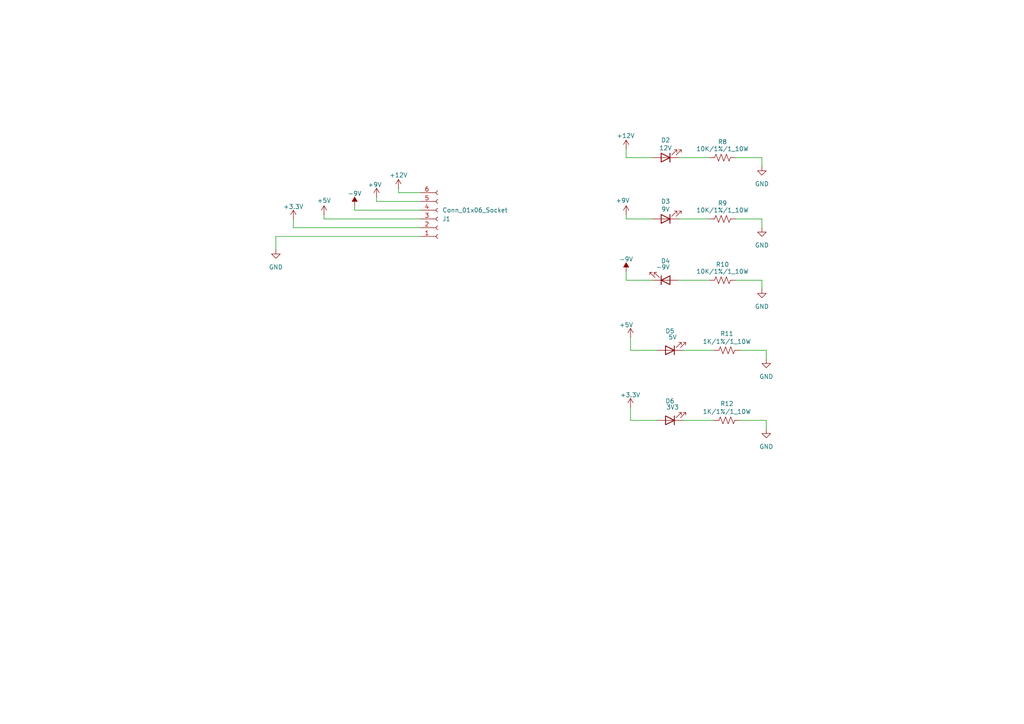
<source format=kicad_sch>
(kicad_sch (version 20231120) (generator "eeschema") (generator_version "8.0")
  (paper "A4")
  (lib_symbols
    (symbol "Connector:Conn_01x06_Socket" (pin_names (offset 1.016) hide)
      (property "Reference" "J" (at 0 7.62 0))
      (property "Value" "Conn_01x06_Socket" (at 0 -10.16 0))
      (symbol "Conn_01x06_Socket_1_1"
        (arc (start 0 -7.112) (mid -0.5058 -7.62) (end 0 -8.128) (stroke (width 0.1524)))
        (arc (start 0 -4.572) (mid -0.5058 -5.08) (end 0 -5.588) (stroke (width 0.1524)))
        (arc (start 0 -2.032) (mid -0.5058 -2.54) (end 0 -3.048) (stroke (width 0.1524)))
        (polyline (pts (xy -1.27 -7.62) (xy -0.508 -7.62)) (stroke (width 0.1524)))
        (polyline (pts (xy -1.27 -5.08) (xy -0.508 -5.08)) (stroke (width 0.1524)))
        (polyline (pts (xy -1.27 -2.54) (xy -0.508 -2.54)) (stroke (width 0.1524)))
        (polyline (pts (xy -1.27 0) (xy -0.508 0)) (stroke (width 0.1524)))
        (polyline (pts (xy -1.27 2.54) (xy -0.508 2.54)) (stroke (width 0.1524)))
        (polyline (pts (xy -1.27 5.08) (xy -0.508 5.08)) (stroke (width 0.1524)))
        (arc (start 0 0.508) (mid -0.5058 0) (end 0 -0.508) (stroke (width 0.1524)))
        (arc (start 0 3.048) (mid -0.5058 2.54) (end 0 2.032) (stroke (width 0.1524)))
        (arc (start 0 5.588) (mid -0.5058 5.08) (end 0 4.572) (stroke (width 0.1524)))
        (pin passive line (at -5.08 5.08 0) (length 3.81) (name "Pin_1") (number "1"))
        (pin passive line (at -5.08 2.54 0) (length 3.81) (name "Pin_2") (number "2"))
        (pin passive line (at -5.08 0 0) (length 3.81) (name "Pin_3") (number "3"))
        (pin passive line (at -5.08 -2.54 0) (length 3.81) (name "Pin_4") (number "4"))
        (pin passive line (at -5.08 -5.08 0) (length 3.81) (name "Pin_5") (number "5"))
        (pin passive line (at -5.08 -7.62 0) (length 3.81) (name "Pin_6") (number "6"))
      )
    )
    (symbol "charge_battery_sym_lib:LED_0805" (pin_numbers hide) (pin_names (offset 1.016) hide)
      (property "Reference" "D" (at 0 2.54 0))
      (property "Value" "LED_0805" (at 0 -4.064 0))
      (symbol "LED_0805_0_1"
        (polyline (pts (xy -1.27 -1.27) (xy -1.27 1.27)) (stroke (width 0.254)))
        (polyline (pts (xy -1.27 0) (xy 1.27 0)))
        (polyline (pts (xy 1.27 -1.27) (xy 1.27 1.27) (xy -1.27 0) (xy 1.27 -1.27)) (stroke (width 0.254)))
        (polyline (pts (xy -3.048 -0.762) (xy -4.572 -2.286) (xy -3.81 -2.286) (xy -4.572 -2.286) (xy -4.572 -1.524)))
        (polyline (pts (xy -1.778 -0.762) (xy -3.302 -2.286) (xy -2.54 -2.286) (xy -3.302 -2.286) (xy -3.302 -1.524)))
      )
      (symbol "LED_0805_1_1"
        (pin passive line (at -3.81 0 0) (length 2.54) (name "K") (number "1"))
        (pin passive line (at 3.81 0 180) (length 2.54) (name "A") (number "2"))
      )
    )
    (symbol "charge_battery_sym_lib:Res_10K_0603_1%" (pin_numbers hide) (pin_names hide)
      (property "Reference" "R" (at 2.794 3.81 0))
      (property "Value" "10K/1%/1_10W" (at 4.064 -2.54 0))
      (symbol "Res_10K_0603_1%_0_1"
        (polyline (pts (xy 1.524 0) (xy 1.27 0)))
        (polyline (pts (xy 6.096 0) (xy 6.35 0)))
        (polyline (pts (xy 1.524 0) (xy 1.905 1.016) (xy 2.286 0) (xy 2.667 -1.016) (xy 3.048 0)))
        (polyline (pts (xy 3.048 0) (xy 3.429 1.016) (xy 3.81 0) (xy 4.191 -1.016) (xy 4.572 0)))
        (polyline (pts (xy 4.572 0) (xy 4.953 1.016) (xy 5.334 0) (xy 5.715 -1.016) (xy 6.096 0)))
      )
      (symbol "Res_10K_0603_1%_1_1"
        (pin passive line (at 0 0 0) (length 1.27) (name "~") (number "1"))
        (pin passive line (at 7.62 0 180) (length 1.27) (name "~") (number "2"))
      )
    )
    (symbol "charge_battery_sym_lib:Res_1K_0603_1%" (pin_numbers hide) (pin_names hide)
      (property "Reference" "R" (at 3.556 2.54 0))
      (property "Value" "1K/1%/1_10W" (at 4.064 -2.54 0))
      (symbol "Res_1K_0603_1%_0_1"
        (polyline (pts (xy 1.524 0) (xy 1.27 0)))
        (polyline (pts (xy 6.096 0) (xy 6.35 0)))
        (polyline (pts (xy 1.524 0) (xy 1.905 1.016) (xy 2.286 0) (xy 2.667 -1.016) (xy 3.048 0)))
        (polyline (pts (xy 3.048 0) (xy 3.429 1.016) (xy 3.81 0) (xy 4.191 -1.016) (xy 4.572 0)))
        (polyline (pts (xy 4.572 0) (xy 4.953 1.016) (xy 5.334 0) (xy 5.715 -1.016) (xy 6.096 0)))
      )
      (symbol "Res_1K_0603_1%_1_1"
        (pin passive line (at 0 0 0) (length 1.27) (name "~") (number "1"))
        (pin passive line (at 7.62 0 180) (length 1.27) (name "~") (number "2"))
      )
    )
    (symbol "power:+3.3V" (power) (pin_numbers hide) (pin_names (offset 0) hide)
      (property "Value" "+3.3V" (at 0 3.556 0))
      (symbol "+3.3V_0_1"
        (polyline (pts (xy -0.762 1.27) (xy 0 2.54)))
        (polyline (pts (xy 0 0) (xy 0 2.54)))
        (polyline (pts (xy 0 2.54) (xy 0.762 1.27)))
      )
      (symbol "+3.3V_1_1"
        (pin power_in line (at 0 0 90) (length 0) (name "~") (number "1"))
      )
    )
    (symbol "power:+5V" (power) (pin_numbers hide) (pin_names (offset 0) hide)
      (property "Value" "+5V" (at 0 3.556 0))
      (symbol "+5V_0_1"
        (polyline (pts (xy -0.762 1.27) (xy 0 2.54)))
        (polyline (pts (xy 0 0) (xy 0 2.54)))
        (polyline (pts (xy 0 2.54) (xy 0.762 1.27)))
      )
      (symbol "+5V_1_1"
        (pin power_in line (at 0 0 90) (length 0) (name "~") (number "1"))
      )
    )
    (symbol "power:+9V" (power) (pin_numbers hide) (pin_names (offset 0) hide)
      (property "Value" "+9V" (at 0 3.556 0))
      (symbol "+9V_0_1"
        (polyline (pts (xy -0.762 1.27) (xy 0 2.54)))
        (polyline (pts (xy 0 0) (xy 0 2.54)))
        (polyline (pts (xy 0 2.54) (xy 0.762 1.27)))
      )
      (symbol "+9V_1_1"
        (pin power_in line (at 0 0 90) (length 0) (name "~") (number "1"))
      )
    )
    (symbol "power:-9V" (power) (pin_numbers hide) (pin_names (offset 0) hide)
      (property "Value" "-9V" (at 0 3.556 0))
      (symbol "-9V_0_1"
        (polyline (pts (xy 0 0) (xy 0 2.54)))
        (polyline (pts (xy 0.762 1.27) (xy -0.762 1.27) (xy 0 2.54) (xy 0.762 1.27)) (fill (type outline)))
      )
      (symbol "-9V_1_1"
        (pin power_in line (at 0 0 90) (length 0) (name "~") (number "1"))
      )
    )
    (symbol "power:GND" (power) (pin_numbers hide) (pin_names (offset 0) hide)
      (property "Value" "GND" (at 0 -3.81 0))
      (symbol "GND_0_1"
        (polyline (pts (xy 0 0) (xy 0 -1.27) (xy 1.27 -1.27) (xy 0 -2.54) (xy -1.27 -1.27) (xy 0 -1.27)))
      )
      (symbol "GND_1_1"
        (pin power_in line (at 0 0 270) (length 0) (name "~") (number "1"))
      )
    )
  )
  (wire (pts (xy 198.12 121.92) (xy 207.01 121.92)))
  (wire (pts (xy 102.87 60.96) (xy 102.87 59.69)))
  (wire (pts (xy 213.36 63.5) (xy 220.98 63.5)))
  (wire (pts (xy 80.01 68.58) (xy 80.01 72.39)))
  (wire (pts (xy 182.88 101.6) (xy 190.5 101.6)))
  (wire (pts (xy 85.09 66.04) (xy 85.09 63.5)))
  (wire (pts (xy 213.36 45.72) (xy 220.98 45.72)))
  (wire (pts (xy 220.98 81.28) (xy 220.98 83.82)))
  (wire (pts (xy 93.98 63.5) (xy 121.92 63.5)))
  (wire (pts (xy 109.22 57.15) (xy 109.22 58.42)))
  (wire (pts (xy 222.25 101.6) (xy 222.25 104.14)))
  (wire (pts (xy 121.92 66.04) (xy 85.09 66.04)))
  (wire (pts (xy 214.63 121.92) (xy 222.25 121.92)))
  (wire (pts (xy 121.92 60.96) (xy 102.87 60.96)))
  (wire (pts (xy 93.98 63.5) (xy 93.98 62.23)))
  (wire (pts (xy 198.12 101.6) (xy 207.01 101.6)))
  (wire (pts (xy 182.88 121.92) (xy 190.5 121.92)))
  (wire (pts (xy 214.63 101.6) (xy 222.25 101.6)))
  (wire (pts (xy 222.25 121.92) (xy 222.25 124.46)))
  (wire (pts (xy 181.61 45.72) (xy 189.23 45.72)))
  (wire (pts (xy 181.61 63.5) (xy 189.23 63.5)))
  (wire (pts (xy 182.88 97.79) (xy 182.88 101.6)))
  (wire (pts (xy 121.92 68.58) (xy 80.01 68.58)))
  (wire (pts (xy 121.92 55.88) (xy 115.57 55.88)))
  (wire (pts (xy 181.61 81.28) (xy 189.23 81.28)))
  (wire (pts (xy 181.61 62.23) (xy 181.61 63.5)))
  (wire (pts (xy 182.88 118.11) (xy 182.88 121.92)))
  (wire (pts (xy 213.36 81.28) (xy 220.98 81.28)))
  (wire (pts (xy 220.98 63.5) (xy 220.98 66.04)))
  (wire (pts (xy 181.61 78.74) (xy 181.61 81.28)))
  (wire (pts (xy 115.57 55.88) (xy 115.57 54.61)))
  (wire (pts (xy 196.85 45.72) (xy 205.74 45.72)))
  (wire (pts (xy 196.85 63.5) (xy 205.74 63.5)))
  (wire (pts (xy 181.61 43.18) (xy 181.61 45.72)))
  (wire (pts (xy 196.85 81.28) (xy 205.74 81.28)))
  (wire (pts (xy 220.98 45.72) (xy 220.98 48.26)))
  (wire (pts (xy 109.22 58.42) (xy 121.92 58.42)))
  (symbol (lib_id "charge_battery_sym_lib:LED_0805") (at 193.04 63.5 180) (unit 1)
    (property "Reference" "D3" (at 193.04 58.42 0))
    (property "Value" "9V" (at 193.04 60.706 0))
    (property "Footprint" "charge_battery_footprint_lib:LED_0805" (effects (hide yes)))
    (property "Description" "Light emitting diode" (effects (hide yes)))
    (property "Supply name" "Thegioiic" (effects (hide yes)))
    (property "Supply part number" "LED Xanh Lá 0805 Dán SMD Trong Suốt" (effects (hide yes)))
    (property "Supply URL" "https://www.thegioiic.com/led-xanh-la-0805-dan-smd-trong-suot" (effects (hide yes)))
  )
  (symbol (lib_id "power:GND") (at 220.98 48.26 0) (unit 1)
    (property "Reference" "#PWR031" (effects (hide yes)))
    (property "Value" "GND" (at 220.98 53.34 0))
    (property "Description" "Power symbol creates a global label with name \"GND\" , ground" (effects (hide yes)))
  )
  (symbol (lib_id "power:GND") (at 220.98 66.04 0) (unit 1)
    (property "Reference" "#PWR032" (effects (hide yes)))
    (property "Value" "GND" (at 220.98 71.12 0))
    (property "Description" "Power symbol creates a global label with name \"GND\" , ground" (effects (hide yes)))
  )
  (symbol (lib_id "power:GND") (at 222.25 104.14 0) (unit 1)
    (property "Reference" "#PWR034" (effects (hide yes)))
    (property "Value" "GND" (at 222.25 109.22 0))
    (property "Description" "Power symbol creates a global label with name \"GND\" , ground" (effects (hide yes)))
  )
  (symbol (lib_id "power:+5V") (at 181.61 43.18 0) (unit 1)
    (property "Reference" "#PWR026" (effects (hide yes)))
    (property "Value" "+12V" (at 178.816 39.37 0) (effects (justify left)))
    (property "Description" "Power symbol creates a global label with name \"+5V\"" (effects (hide yes)))
  )
  (symbol (lib_id "charge_battery_sym_lib:LED_0805") (at 193.04 81.28 0) (mirror x) (unit 1)
    (property "Reference" "D4" (at 193.04 75.692 0))
    (property "Value" "-9V" (at 192.278 77.47 0))
    (property "Footprint" "charge_battery_footprint_lib:LED_0805" (effects (hide yes)))
    (property "Description" "Light emitting diode" (effects (hide yes)))
    (property "Supply name" "Thegioiic" (effects (hide yes)))
    (property "Supply part number" "LED Xanh Lá 0805 Dán SMD Trong Suốt" (effects (hide yes)))
    (property "Supply URL" "https://www.thegioiic.com/led-xanh-la-0805-dan-smd-trong-suot" (effects (hide yes)))
  )
  (symbol (lib_id "power:+9V") (at 181.61 62.23 0) (unit 1)
    (property "Reference" "#PWR027" (effects (hide yes)))
    (property "Value" "+9V" (at 178.562 58.166 0) (effects (justify left)))
    (property "Description" "Power symbol creates a global label with name \"+9V\"" (effects (hide yes)))
  )
  (symbol (lib_id "power:+3.3V") (at 85.09 63.5 0) (unit 1)
    (property "Reference" "#PWR021" (effects (hide yes)))
    (property "Value" "+3.3V" (at 85.09 59.944 0))
    (property "Description" "Power symbol creates a global label with name \"+3.3V\"" (effects (hide yes)))
  )
  (symbol (lib_id "power:GND") (at 80.01 72.39 0) (unit 1)
    (property "Reference" "#PWR020" (effects (hide yes)))
    (property "Value" "GND" (at 80.01 77.47 0))
    (property "Description" "Power symbol creates a global label with name \"GND\" , ground" (effects (hide yes)))
  )
  (symbol (lib_id "charge_battery_sym_lib:LED_0805") (at 194.31 101.6 180) (unit 1)
    (property "Reference" "D5" (at 194.31 96.012 0))
    (property "Value" "5V" (at 195.072 97.79 0))
    (property "Footprint" "charge_battery_footprint_lib:LED_0805" (effects (hide yes)))
    (property "Description" "Light emitting diode" (effects (hide yes)))
    (property "Supply name" "Thegioiic" (effects (hide yes)))
    (property "Supply part number" "LED Xanh Lá 0805 Dán SMD Trong Suốt" (effects (hide yes)))
    (property "Supply URL" "https://www.thegioiic.com/led-xanh-la-0805-dan-smd-trong-suot" (effects (hide yes)))
  )
  (symbol (lib_id "Connector:Conn_01x06_Socket") (at 127 63.5 0) (mirror x) (unit 1)
    (property "Reference" "J1" (at 128.27 63.5001 0) (effects (justify left)))
    (property "Value" "Conn_01x06_Socket" (at 128.27 60.9601 0) (effects (justify left)))
    (property "Footprint" "Connector_Phoenix_MC:PhoenixContact_MC_1,5_6-G-3.81_1x06_P3.81mm_Horizontal" (effects (hide yes)))
    (property "Description" "Generic connector, single row, 01x06, script generated" (effects (hide yes)))
  )
  (symbol (lib_id "charge_battery_sym_lib:Res_10K_0603_1%") (at 205.74 63.5 0) (unit 1)
    (property "Reference" "R9" (at 209.55 58.928 0))
    (property "Value" "10K/1%/1_10W" (at 209.55 60.96 0))
    (property "Footprint" "charge_battery_footprint_lib:Res_0603" (effects (hide yes)))
    (property "Datasheet" "https://fscdn.rohm.com/en/products/databook/datasheet/passive/resistor/chip_resistor/esr-e.pdf" (effects (hide yes)))
    (property "Description" "Res 10 KOhm 0603 1%" (effects (hide yes)))
    (property "Supply name" "Thegioiic" (effects (hide yes)))
    (property "Supply part number" "Điện Trở 10 KOhm 0603 1%" (effects (hide yes)))
    (property "Supply URL" "https://www.thegioiic.com/dien-tro-10-kohm-0603-1-" (effects (hide yes)))
  )
  (symbol (lib_id "power:+5V") (at 115.57 54.61 0) (unit 1)
    (property "Reference" "#PWR025" (effects (hide yes)))
    (property "Value" "+12V" (at 115.57 50.8 0))
    (property "Description" "Power symbol creates a global label with name \"+5V\"" (effects (hide yes)))
  )
  (symbol (lib_id "charge_battery_sym_lib:Res_10K_0603_1%") (at 205.74 81.28 0) (unit 1)
    (property "Reference" "R10" (at 209.55 76.708 0))
    (property "Value" "10K/1%/1_10W" (at 209.55 78.74 0))
    (property "Footprint" "charge_battery_footprint_lib:Res_0603" (effects (hide yes)))
    (property "Datasheet" "https://fscdn.rohm.com/en/products/databook/datasheet/passive/resistor/chip_resistor/esr-e.pdf" (effects (hide yes)))
    (property "Description" "Res 10 KOhm 0603 1%" (effects (hide yes)))
    (property "Supply name" "Thegioiic" (effects (hide yes)))
    (property "Supply part number" "Điện Trở 10 KOhm 0603 1%" (effects (hide yes)))
    (property "Supply URL" "https://www.thegioiic.com/dien-tro-10-kohm-0603-1-" (effects (hide yes)))
  )
  (symbol (lib_id "power:+3.3V") (at 182.88 118.11 0) (unit 1)
    (property "Reference" "#PWR030" (effects (hide yes)))
    (property "Value" "+3.3V" (at 179.832 114.554 0) (effects (justify left)))
    (property "Description" "Power symbol creates a global label with name \"+3.3V\"" (effects (hide yes)))
  )
  (symbol (lib_id "charge_battery_sym_lib:Res_1K_0603_1%") (at 207.01 101.6 0) (unit 1)
    (property "Reference" "R11" (at 210.82 96.774 0))
    (property "Value" "1K/1%/1_10W" (at 210.82 99.06 0))
    (property "Footprint" "charge_battery_footprint_lib:Res_0603" (effects (hide yes)))
    (property "Datasheet" "https://fscdn.rohm.com/en/products/databook/datasheet/passive/resistor/chip_resistor/esr-e.pdf" (effects (hide yes)))
    (property "Description" "Res 1 KOhm 0603 1%" (effects (hide yes)))
    (property "Supply name" "Thegioiic" (effects (hide yes)))
    (property "Supply part number" "Điện Trở 1 KOhm 0603 1%" (effects (hide yes)))
    (property "Supply URL" "https://www.thegioiic.com/dien-tro-1-kohm-0603-1-" (effects (hide yes)))
  )
  (symbol (lib_id "power:+5V") (at 182.88 97.79 0) (unit 1)
    (property "Reference" "#PWR029" (effects (hide yes)))
    (property "Value" "+5V" (at 179.578 94.234 0) (effects (justify left)))
    (property "Description" "Power symbol creates a global label with name \"+5V\"" (effects (hide yes)))
  )
  (symbol (lib_id "power:+5V") (at 93.98 62.23 0) (unit 1)
    (property "Reference" "#PWR022" (effects (hide yes)))
    (property "Value" "+5V" (at 93.98 58.166 0))
    (property "Description" "Power symbol creates a global label with name \"+5V\"" (effects (hide yes)))
  )
  (symbol (lib_id "power:+9V") (at 109.22 57.15 0) (unit 1)
    (property "Reference" "#PWR024" (effects (hide yes)))
    (property "Value" "+9V" (at 108.712 53.594 0))
    (property "Description" "Power symbol creates a global label with name \"+9V\"" (effects (hide yes)))
  )
  (symbol (lib_id "power:-9V") (at 102.87 59.69 0) (unit 1)
    (property "Reference" "#PWR023" (effects (hide yes)))
    (property "Value" "-9V" (at 102.87 56.134 0))
    (property "Description" "Power symbol creates a global label with name \"-9V\"" (effects (hide yes)))
  )
  (symbol (lib_id "power:GND") (at 222.25 124.46 0) (unit 1)
    (property "Reference" "#PWR035" (effects (hide yes)))
    (property "Value" "GND" (at 222.25 129.54 0))
    (property "Description" "Power symbol creates a global label with name \"GND\" , ground" (effects (hide yes)))
  )
  (symbol (lib_id "power:GND") (at 220.98 83.82 0) (unit 1)
    (property "Reference" "#PWR033" (effects (hide yes)))
    (property "Value" "GND" (at 220.98 88.9 0))
    (property "Description" "Power symbol creates a global label with name \"GND\" , ground" (effects (hide yes)))
  )
  (symbol (lib_id "charge_battery_sym_lib:Res_10K_0603_1%") (at 205.74 45.72 0) (unit 1)
    (property "Reference" "R8" (at 209.55 41.148 0))
    (property "Value" "10K/1%/1_10W" (at 209.55 43.18 0))
    (property "Footprint" "charge_battery_footprint_lib:Res_0603" (effects (hide yes)))
    (property "Datasheet" "https://fscdn.rohm.com/en/products/databook/datasheet/passive/resistor/chip_resistor/esr-e.pdf" (effects (hide yes)))
    (property "Description" "Res 10 KOhm 0603 1%" (effects (hide yes)))
    (property "Supply name" "Thegioiic" (effects (hide yes)))
    (property "Supply part number" "Điện Trở 10 KOhm 0603 1%" (effects (hide yes)))
    (property "Supply URL" "https://www.thegioiic.com/dien-tro-10-kohm-0603-1-" (effects (hide yes)))
  )
  (symbol (lib_id "charge_battery_sym_lib:Res_1K_0603_1%") (at 207.01 121.92 0) (unit 1)
    (property "Reference" "R12" (at 210.82 117.094 0))
    (property "Value" "1K/1%/1_10W" (at 210.82 119.38 0))
    (property "Footprint" "charge_battery_footprint_lib:Res_0603" (effects (hide yes)))
    (property "Datasheet" "https://fscdn.rohm.com/en/products/databook/datasheet/passive/resistor/chip_resistor/esr-e.pdf" (effects (hide yes)))
    (property "Description" "Res 1 KOhm 0603 1%" (effects (hide yes)))
    (property "Supply name" "Thegioiic" (effects (hide yes)))
    (property "Supply part number" "Điện Trở 1 KOhm 0603 1%" (effects (hide yes)))
    (property "Supply URL" "https://www.thegioiic.com/dien-tro-1-kohm-0603-1-" (effects (hide yes)))
  )
  (symbol (lib_id "charge_battery_sym_lib:LED_0805") (at 194.31 121.92 180) (unit 1)
    (property "Reference" "D6" (at 194.31 116.332 0))
    (property "Value" "3V3" (at 195.072 118.11 0))
    (property "Footprint" "charge_battery_footprint_lib:LED_0805" (effects (hide yes)))
    (property "Description" "Light emitting diode" (effects (hide yes)))
    (property "Supply name" "Thegioiic" (effects (hide yes)))
    (property "Supply part number" "LED Xanh Lá 0805 Dán SMD Trong Suốt" (effects (hide yes)))
    (property "Supply URL" "https://www.thegioiic.com/led-xanh-la-0805-dan-smd-trong-suot" (effects (hide yes)))
  )
  (symbol (lib_id "power:-9V") (at 181.61 78.74 0) (unit 1)
    (property "Reference" "#PWR028" (effects (hide yes)))
    (property "Value" "-9V" (at 181.61 75.184 0))
    (property "Description" "Power symbol creates a global label with name \"-9V\"" (effects (hide yes)))
  )
  (symbol (lib_id "charge_battery_sym_lib:LED_0805") (at 193.04 45.72 180) (unit 1)
    (property "Reference" "D2" (at 193.04 40.64 0))
    (property "Value" "12V" (at 193.04 42.926 0))
    (property "Footprint" "charge_battery_footprint_lib:LED_0805" (effects (hide yes)))
    (property "Description" "Light emitting diode" (effects (hide yes)))
    (property "Supply name" "Thegioiic" (effects (hide yes)))
    (property "Supply part number" "LED Xanh Lá 0805 Dán SMD Trong Suốt" (effects (hide yes)))
    (property "Supply URL" "https://www.thegioiic.com/led-xanh-la-0805-dan-smd-trong-suot" (effects (hide yes)))
  )
)
</source>
